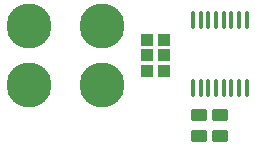
<source format=gbr>
%TF.GenerationSoftware,KiCad,Pcbnew,(7.0.0)*%
%TF.CreationDate,2024-02-03T20:33:07+01:00*%
%TF.ProjectId,Helios_rcv_10xx,48656c69-6f73-45f7-9263-765f31307878,rev?*%
%TF.SameCoordinates,PX9d5b340PY5f5e100*%
%TF.FileFunction,Soldermask,Bot*%
%TF.FilePolarity,Negative*%
%FSLAX46Y46*%
G04 Gerber Fmt 4.6, Leading zero omitted, Abs format (unit mm)*
G04 Created by KiCad (PCBNEW (7.0.0)) date 2024-02-03 20:33:07*
%MOMM*%
%LPD*%
G01*
G04 APERTURE LIST*
G04 Aperture macros list*
%AMRoundRect*
0 Rectangle with rounded corners*
0 $1 Rounding radius*
0 $2 $3 $4 $5 $6 $7 $8 $9 X,Y pos of 4 corners*
0 Add a 4 corners polygon primitive as box body*
4,1,4,$2,$3,$4,$5,$6,$7,$8,$9,$2,$3,0*
0 Add four circle primitives for the rounded corners*
1,1,$1+$1,$2,$3*
1,1,$1+$1,$4,$5*
1,1,$1+$1,$6,$7*
1,1,$1+$1,$8,$9*
0 Add four rect primitives between the rounded corners*
20,1,$1+$1,$2,$3,$4,$5,0*
20,1,$1+$1,$4,$5,$6,$7,0*
20,1,$1+$1,$6,$7,$8,$9,0*
20,1,$1+$1,$8,$9,$2,$3,0*%
G04 Aperture macros list end*
%ADD10RoundRect,0.250000X0.450000X-0.262500X0.450000X0.262500X-0.450000X0.262500X-0.450000X-0.262500X0*%
%ADD11R,1.000000X1.000000*%
%ADD12RoundRect,0.100000X-0.100000X0.637500X-0.100000X-0.637500X0.100000X-0.637500X0.100000X0.637500X0*%
%ADD13C,3.800000*%
G04 APERTURE END LIST*
D10*
%TO.C,R5*%
X13150000Y-6862500D03*
X13150000Y-5037500D03*
%TD*%
D11*
%TO.C,JP2*%
X6949999Y1299999D03*
X6949999Y0D03*
X6949999Y-1299999D03*
%TD*%
D12*
%TO.C,U2*%
X10825000Y2962500D03*
X11475000Y2962500D03*
X12125000Y2962500D03*
X12775000Y2962500D03*
X13425000Y2962500D03*
X14075000Y2962500D03*
X14725000Y2962500D03*
X15375000Y2962500D03*
X15375000Y-2762500D03*
X14725000Y-2762500D03*
X14075000Y-2762500D03*
X13425000Y-2762500D03*
X12775000Y-2762500D03*
X12125000Y-2762500D03*
X11475000Y-2762500D03*
X10825000Y-2762500D03*
%TD*%
D10*
%TO.C,R4*%
X11300000Y-6862500D03*
X11300000Y-5037500D03*
%TD*%
D11*
%TO.C,JP1*%
X8382499Y1299999D03*
X8382499Y0D03*
X8382499Y-1299999D03*
%TD*%
D13*
%TO.C,J2*%
X3100000Y2500000D03*
X3100000Y-2500000D03*
%TD*%
%TO.C,J1*%
X-3100000Y2500000D03*
X-3100000Y-2500000D03*
%TD*%
M02*

</source>
